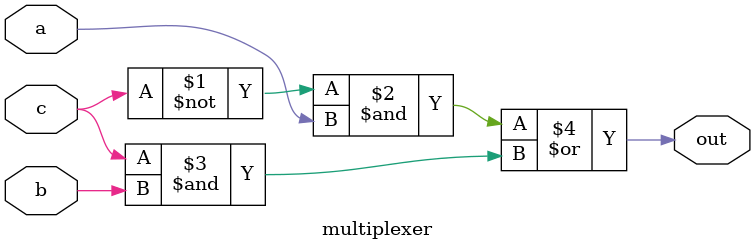
<source format=v>
module multiplexer(output out, input c, input a, input b);
	assign out = ~c & a | c & b;
endmodule
</source>
